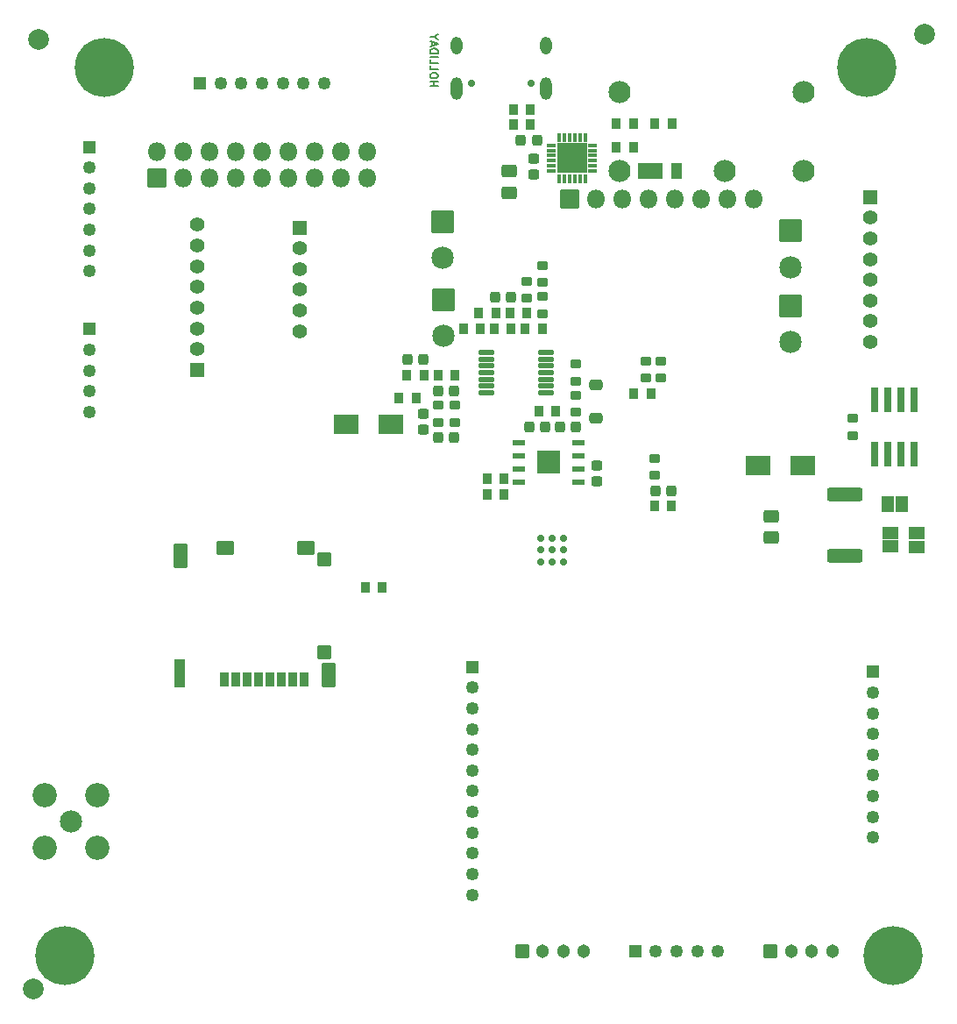
<source format=gbs>
%TF.GenerationSoftware,KiCad,Pcbnew,8.0.5*%
%TF.CreationDate,2024-11-23T15:58:24-08:00*%
%TF.ProjectId,mainboard,6d61696e-626f-4617-9264-2e6b69636164,06b*%
%TF.SameCoordinates,Original*%
%TF.FileFunction,Soldermask,Bot*%
%TF.FilePolarity,Negative*%
%FSLAX46Y46*%
G04 Gerber Fmt 4.6, Leading zero omitted, Abs format (unit mm)*
G04 Created by KiCad (PCBNEW 8.0.5) date 2024-11-23 15:58:24*
%MOMM*%
%LPD*%
G01*
G04 APERTURE LIST*
G04 Aperture macros list*
%AMRoundRect*
0 Rectangle with rounded corners*
0 $1 Rounding radius*
0 $2 $3 $4 $5 $6 $7 $8 $9 X,Y pos of 4 corners*
0 Add a 4 corners polygon primitive as box body*
4,1,4,$2,$3,$4,$5,$6,$7,$8,$9,$2,$3,0*
0 Add four circle primitives for the rounded corners*
1,1,$1+$1,$2,$3*
1,1,$1+$1,$4,$5*
1,1,$1+$1,$6,$7*
1,1,$1+$1,$8,$9*
0 Add four rect primitives between the rounded corners*
20,1,$1+$1,$2,$3,$4,$5,0*
20,1,$1+$1,$4,$5,$6,$7,0*
20,1,$1+$1,$6,$7,$8,$9,0*
20,1,$1+$1,$8,$9,$2,$3,0*%
G04 Aperture macros list end*
%ADD10C,0.190500*%
%ADD11C,5.701600*%
%ADD12C,2.133600*%
%ADD13C,2.151600*%
%ADD14C,2.351600*%
%ADD15RoundRect,0.063500X-1.016000X1.016000X-1.016000X-1.016000X1.016000X-1.016000X1.016000X1.016000X0*%
%ADD16C,2.159000*%
%ADD17C,0.701600*%
%ADD18O,1.101600X2.201600*%
%ADD19O,1.101600X1.701600*%
%ADD20RoundRect,0.050800X0.575000X0.575000X-0.575000X0.575000X-0.575000X-0.575000X0.575000X-0.575000X0*%
%ADD21C,1.251600*%
%ADD22RoundRect,0.050800X0.575000X-0.575000X0.575000X0.575000X-0.575000X0.575000X-0.575000X-0.575000X0*%
%ADD23RoundRect,0.050800X0.654000X-0.654000X0.654000X0.654000X-0.654000X0.654000X-0.654000X-0.654000X0*%
%ADD24C,1.409600*%
%ADD25RoundRect,0.076200X-0.575000X-0.575000X0.575000X-0.575000X0.575000X0.575000X-0.575000X0.575000X0*%
%ADD26C,1.302400*%
%ADD27RoundRect,0.050800X-0.654000X0.654000X-0.654000X-0.654000X0.654000X-0.654000X0.654000X0.654000X0*%
%ADD28RoundRect,0.063500X-0.400000X-0.620000X0.400000X-0.620000X0.400000X0.620000X-0.400000X0.620000X0*%
%ADD29RoundRect,0.063500X-0.580000X-0.600000X0.580000X-0.600000X0.580000X0.600000X-0.580000X0.600000X0*%
%ADD30RoundRect,0.063500X-0.475000X-1.250000X0.475000X-1.250000X0.475000X1.250000X-0.475000X1.250000X0*%
%ADD31RoundRect,0.063500X-0.575000X-1.100000X0.575000X-1.100000X0.575000X1.100000X-0.575000X1.100000X0*%
%ADD32RoundRect,0.063500X-0.750000X-0.575000X0.750000X-0.575000X0.750000X0.575000X-0.750000X0.575000X0*%
%ADD33RoundRect,0.063500X-0.580000X-0.625000X0.580000X-0.625000X0.580000X0.625000X-0.580000X0.625000X0*%
%ADD34C,2.000000*%
%ADD35RoundRect,0.225400X-0.225400X-0.300400X0.225400X-0.300400X0.225400X0.300400X-0.225400X0.300400X0*%
%ADD36RoundRect,0.050800X0.150000X0.400000X-0.150000X0.400000X-0.150000X-0.400000X0.150000X-0.400000X0*%
%ADD37RoundRect,0.050800X-0.400000X0.150000X-0.400000X-0.150000X0.400000X-0.150000X0.400000X0.150000X0*%
%ADD38RoundRect,0.050800X-1.400000X1.400000X-1.400000X-1.400000X1.400000X-1.400000X1.400000X1.400000X0*%
%ADD39RoundRect,0.225400X0.225400X0.300400X-0.225400X0.300400X-0.225400X-0.300400X0.225400X-0.300400X0*%
%ADD40RoundRect,0.250400X0.275400X-0.250400X0.275400X0.250400X-0.275400X0.250400X-0.275400X-0.250400X0*%
%ADD41RoundRect,0.272087X-0.478713X0.353713X-0.478713X-0.353713X0.478713X-0.353713X0.478713X0.353713X0*%
%ADD42RoundRect,0.063500X-0.450000X-0.700000X0.450000X-0.700000X0.450000X0.700000X-0.450000X0.700000X0*%
%ADD43RoundRect,0.063500X-1.100000X-0.700000X1.100000X-0.700000X1.100000X0.700000X-1.100000X0.700000X0*%
%ADD44RoundRect,0.050800X-0.850000X0.850000X-0.850000X-0.850000X0.850000X-0.850000X0.850000X0.850000X0*%
%ADD45O,1.801600X1.801600*%
%ADD46RoundRect,0.225400X0.300400X-0.225400X0.300400X0.225400X-0.300400X0.225400X-0.300400X-0.225400X0*%
%ADD47RoundRect,0.050800X-0.750000X0.500000X-0.750000X-0.500000X0.750000X-0.500000X0.750000X0.500000X0*%
%ADD48RoundRect,0.250400X-0.250400X-0.275400X0.250400X-0.275400X0.250400X0.275400X-0.250400X0.275400X0*%
%ADD49RoundRect,0.225400X-0.300400X0.225400X-0.300400X-0.225400X0.300400X-0.225400X0.300400X0.225400X0*%
%ADD50RoundRect,0.250400X0.250400X0.275400X-0.250400X0.275400X-0.250400X-0.275400X0.250400X-0.275400X0*%
%ADD51RoundRect,0.050800X1.175000X-0.850000X1.175000X0.850000X-1.175000X0.850000X-1.175000X-0.850000X0*%
%ADD52RoundRect,0.050800X-0.304800X-1.104900X0.304800X-1.104900X0.304800X1.104900X-0.304800X1.104900X0*%
%ADD53RoundRect,0.270735X-1.455065X0.392565X-1.455065X-0.392565X1.455065X-0.392565X1.455065X0.392565X0*%
%ADD54RoundRect,0.125400X-0.662900X-0.125400X0.662900X-0.125400X0.662900X0.125400X-0.662900X0.125400X0*%
%ADD55RoundRect,0.063500X-0.525000X-0.225000X0.525000X-0.225000X0.525000X0.225000X-0.525000X0.225000X0*%
%ADD56RoundRect,0.063500X-1.050000X1.050000X-1.050000X-1.050000X1.050000X-1.050000X1.050000X1.050000X0*%
%ADD57RoundRect,0.050800X0.500000X0.750000X-0.500000X0.750000X-0.500000X-0.750000X0.500000X-0.750000X0*%
%ADD58RoundRect,0.250400X-0.275400X0.250400X-0.275400X-0.250400X0.275400X-0.250400X0.275400X0.250400X0*%
%ADD59RoundRect,0.250400X-0.400400X0.250400X-0.400400X-0.250400X0.400400X-0.250400X0.400400X0.250400X0*%
G04 APERTURE END LIST*
D10*
X138657390Y-59349285D02*
X139419390Y-59349285D01*
X139056533Y-59349285D02*
X139056533Y-58913856D01*
X138657390Y-58913856D02*
X139419390Y-58913856D01*
X139419390Y-58405856D02*
X139419390Y-58260713D01*
X139419390Y-58260713D02*
X139383104Y-58188142D01*
X139383104Y-58188142D02*
X139310533Y-58115570D01*
X139310533Y-58115570D02*
X139165390Y-58079285D01*
X139165390Y-58079285D02*
X138911390Y-58079285D01*
X138911390Y-58079285D02*
X138766247Y-58115570D01*
X138766247Y-58115570D02*
X138693676Y-58188142D01*
X138693676Y-58188142D02*
X138657390Y-58260713D01*
X138657390Y-58260713D02*
X138657390Y-58405856D01*
X138657390Y-58405856D02*
X138693676Y-58478428D01*
X138693676Y-58478428D02*
X138766247Y-58550999D01*
X138766247Y-58550999D02*
X138911390Y-58587285D01*
X138911390Y-58587285D02*
X139165390Y-58587285D01*
X139165390Y-58587285D02*
X139310533Y-58550999D01*
X139310533Y-58550999D02*
X139383104Y-58478428D01*
X139383104Y-58478428D02*
X139419390Y-58405856D01*
X138657390Y-57389856D02*
X138657390Y-57752713D01*
X138657390Y-57752713D02*
X139419390Y-57752713D01*
X138657390Y-56772999D02*
X138657390Y-57135856D01*
X138657390Y-57135856D02*
X139419390Y-57135856D01*
X138657390Y-56518999D02*
X139419390Y-56518999D01*
X138657390Y-56156142D02*
X139419390Y-56156142D01*
X139419390Y-56156142D02*
X139419390Y-55974713D01*
X139419390Y-55974713D02*
X139383104Y-55865856D01*
X139383104Y-55865856D02*
X139310533Y-55793285D01*
X139310533Y-55793285D02*
X139237961Y-55756999D01*
X139237961Y-55756999D02*
X139092818Y-55720713D01*
X139092818Y-55720713D02*
X138983961Y-55720713D01*
X138983961Y-55720713D02*
X138838818Y-55756999D01*
X138838818Y-55756999D02*
X138766247Y-55793285D01*
X138766247Y-55793285D02*
X138693676Y-55865856D01*
X138693676Y-55865856D02*
X138657390Y-55974713D01*
X138657390Y-55974713D02*
X138657390Y-56156142D01*
X138875104Y-55430428D02*
X138875104Y-55067571D01*
X138657390Y-55502999D02*
X139419390Y-55248999D01*
X139419390Y-55248999D02*
X138657390Y-54994999D01*
X139020247Y-54595856D02*
X138657390Y-54595856D01*
X139419390Y-54849856D02*
X139020247Y-54595856D01*
X139020247Y-54595856D02*
X139419390Y-54341856D01*
D11*
X107236100Y-57564100D03*
X103426100Y-143294100D03*
X183426100Y-143294100D03*
X180896100Y-57564100D03*
D12*
X157000000Y-67500000D03*
X157000000Y-59880000D03*
X167160000Y-67500000D03*
X174780000Y-59880000D03*
X174780000Y-67500000D03*
D13*
X103949500Y-130365500D03*
D14*
X106489500Y-127825500D03*
X101409500Y-127825500D03*
X106489500Y-132905500D03*
X101409500Y-132905500D03*
D15*
X173532800Y-80572200D03*
D16*
X173532800Y-84072200D03*
D15*
X139954000Y-79959200D03*
D16*
X139954000Y-83459200D03*
D17*
X148437000Y-59053000D03*
X142667000Y-59053000D03*
D18*
X149872000Y-59553000D03*
D19*
X149872000Y-55413000D03*
D18*
X141232000Y-59553000D03*
D19*
X141232000Y-55413000D03*
D15*
X139903200Y-72440800D03*
D16*
X139903200Y-75940800D03*
D15*
X173532800Y-73307800D03*
D16*
X173532800Y-76807800D03*
D17*
X149326667Y-103010000D03*
X149326667Y-104143333D03*
X149326667Y-105276666D03*
X150460000Y-103010000D03*
X150460000Y-104143333D03*
X150460000Y-105276666D03*
X151593333Y-103010000D03*
X151593333Y-104143333D03*
X151593333Y-105276666D03*
D20*
X158484001Y-142920000D03*
D21*
X160484002Y-142920000D03*
X162484001Y-142920000D03*
X164484002Y-142920000D03*
X166484000Y-142920000D03*
D22*
X105800000Y-82799999D03*
D21*
X105800000Y-84800000D03*
X105800000Y-86799999D03*
X105800000Y-88800000D03*
X105800000Y-90799998D03*
D23*
X181200000Y-70050001D03*
D24*
X181200000Y-72050002D03*
X181200000Y-74050001D03*
X181200000Y-76050002D03*
X181200000Y-78050000D03*
X181200000Y-80050001D03*
X181200000Y-82050000D03*
X181200000Y-84050001D03*
D22*
X142720000Y-115430000D03*
D21*
X142720000Y-117430001D03*
X142720000Y-119430000D03*
X142720000Y-121430001D03*
X142720000Y-123429999D03*
X142720000Y-125430000D03*
X142720000Y-127429999D03*
X142720000Y-129430000D03*
X142720000Y-131430001D03*
X142720000Y-133430000D03*
X142720000Y-135430000D03*
X142720000Y-137430000D03*
D25*
X147550000Y-142920000D03*
D26*
X149550000Y-142920000D03*
X151550000Y-142920000D03*
X153550000Y-142920000D03*
D23*
X126100000Y-73000000D03*
D24*
X126100000Y-75000000D03*
X126100000Y-77000000D03*
X126100000Y-79000000D03*
X126100000Y-81000000D03*
X126100000Y-83000000D03*
D27*
X116205000Y-86739999D03*
D24*
X116205000Y-84739998D03*
X116205000Y-82739999D03*
X116205000Y-80739998D03*
X116205000Y-78740000D03*
X116205000Y-76739999D03*
X116205000Y-74740000D03*
X116205000Y-72739999D03*
D22*
X105750000Y-65214001D03*
D21*
X105750000Y-67214002D03*
X105750000Y-69214001D03*
X105750000Y-71214002D03*
X105750000Y-73214000D03*
X105750000Y-75214001D03*
X105750000Y-77214000D03*
D25*
X171550000Y-142920000D03*
D26*
X173550000Y-142920000D03*
X175550000Y-142920000D03*
X177550000Y-142920000D03*
D20*
X116450001Y-59050000D03*
D21*
X118450002Y-59050000D03*
X120450001Y-59050000D03*
X122450002Y-59050000D03*
X124450000Y-59050000D03*
X126450001Y-59050000D03*
X128450000Y-59050000D03*
D22*
X181491000Y-115900000D03*
D21*
X181491000Y-117900001D03*
X181491000Y-119900000D03*
X181491000Y-121900001D03*
X181491000Y-123899999D03*
X181491000Y-125900000D03*
X181491000Y-127899999D03*
X181491000Y-129900000D03*
X181491000Y-131900001D03*
D28*
X118816800Y-116677200D03*
X119916800Y-116677200D03*
X121016800Y-116677200D03*
X122116800Y-116677200D03*
X123216800Y-116677200D03*
X124316800Y-116677200D03*
X125416800Y-116677200D03*
X126516800Y-116677200D03*
D29*
X128456800Y-105047200D03*
D30*
X114471800Y-116047200D03*
D31*
X128861800Y-116197200D03*
X114571800Y-104717200D03*
D32*
X118876800Y-103922200D03*
X126656800Y-103922200D03*
D33*
X128456800Y-114047200D03*
D34*
X186436000Y-54356000D03*
D35*
X146700000Y-61604600D03*
X148350000Y-61604600D03*
D36*
X151150000Y-64294000D03*
X151650000Y-64294000D03*
X152150000Y-64294000D03*
X152650000Y-64294000D03*
X153150000Y-64294000D03*
X153650000Y-64294000D03*
D37*
X154400000Y-65044000D03*
X154400000Y-65544000D03*
X154400000Y-66044000D03*
X154400000Y-66544000D03*
X154400000Y-67044000D03*
X154400000Y-67544000D03*
D36*
X153650000Y-68294000D03*
X153150000Y-68294000D03*
X152650000Y-68294000D03*
X152150000Y-68294000D03*
X151650000Y-68294000D03*
X151150000Y-68294000D03*
D37*
X150400000Y-67544000D03*
X150400000Y-67044000D03*
X150400000Y-66544000D03*
X150400000Y-66044000D03*
X150400000Y-65544000D03*
X150400000Y-65044000D03*
D38*
X152400000Y-66294000D03*
D39*
X158305000Y-65278000D03*
X156655000Y-65278000D03*
D40*
X148666200Y-67900000D03*
X148666200Y-66350000D03*
D39*
X162038800Y-62941200D03*
X160388800Y-62941200D03*
D35*
X156655000Y-62941200D03*
X158305000Y-62941200D03*
D39*
X148350000Y-63075000D03*
X146700000Y-63075000D03*
D41*
X146300000Y-67575000D03*
X146300000Y-69625000D03*
D42*
X162461000Y-67500500D03*
D43*
X159911000Y-67500500D03*
D44*
X152146000Y-70231000D03*
D45*
X154686000Y-70231000D03*
X157226000Y-70231000D03*
X159766000Y-70231000D03*
X162306000Y-70231000D03*
X164846000Y-70231000D03*
X167386000Y-70231000D03*
X169926000Y-70231000D03*
D39*
X134075000Y-107750000D03*
X132425000Y-107750000D03*
D46*
X161000000Y-87525000D03*
X161000000Y-85875000D03*
D34*
X100838000Y-54864000D03*
D46*
X159500000Y-87525000D03*
X159500000Y-85875000D03*
X152750000Y-87825000D03*
X152750000Y-86175000D03*
D35*
X149175000Y-90750000D03*
X150825000Y-90750000D03*
D39*
X149525000Y-82750000D03*
X147875000Y-82750000D03*
X146525000Y-82750000D03*
X144875000Y-82750000D03*
D46*
X179500000Y-93075000D03*
X179500000Y-91425000D03*
D47*
X183150000Y-102500000D03*
X183150000Y-103800000D03*
D39*
X143525000Y-82750000D03*
X141875000Y-82750000D03*
D48*
X144925000Y-79750000D03*
X146475000Y-79750000D03*
D35*
X144175000Y-97250000D03*
X145825000Y-97250000D03*
D49*
X149500000Y-79675000D03*
X149500000Y-81325000D03*
X160400000Y-95275000D03*
X160400000Y-96925000D03*
X141045000Y-90175000D03*
X141045000Y-91825000D03*
D39*
X161990000Y-99900000D03*
X160340000Y-99900000D03*
D48*
X148225000Y-92250000D03*
X149775000Y-92250000D03*
D35*
X158375000Y-89000000D03*
X160025000Y-89000000D03*
D50*
X152775000Y-92250000D03*
X151225000Y-92250000D03*
D48*
X136475000Y-85750000D03*
X138025000Y-85750000D03*
D35*
X135675000Y-89500000D03*
X137325000Y-89500000D03*
D48*
X139475000Y-88750000D03*
X141025000Y-88750000D03*
D41*
X171600000Y-100875000D03*
X171600000Y-102925000D03*
D35*
X136425000Y-87250000D03*
X138075000Y-87250000D03*
D47*
X185650000Y-102525000D03*
X185650000Y-103825000D03*
D34*
X100330000Y-146558000D03*
D51*
X174650000Y-96012000D03*
X170350000Y-96012000D03*
D46*
X139500000Y-91825000D03*
X139500000Y-90175000D03*
D35*
X139425000Y-87250000D03*
X141075000Y-87250000D03*
D48*
X139475000Y-93250000D03*
X141025000Y-93250000D03*
D39*
X145025000Y-81250000D03*
X143375000Y-81250000D03*
D52*
X181595000Y-89633800D03*
X182865000Y-89633800D03*
X184135000Y-89633800D03*
X185405000Y-89633800D03*
X185405000Y-94866200D03*
X184135000Y-94866200D03*
X182865000Y-94866200D03*
X181595000Y-94866200D03*
D49*
X149500000Y-76675000D03*
X149500000Y-78325000D03*
D48*
X147450000Y-64575000D03*
X149000000Y-64575000D03*
D53*
X178765200Y-98764500D03*
X178765200Y-104689500D03*
D54*
X144137500Y-88950000D03*
X144137500Y-88300000D03*
X144137500Y-87650000D03*
X144137500Y-87000000D03*
X144137500Y-86350000D03*
X144137500Y-85700000D03*
X144137500Y-85050000D03*
X149862500Y-85050000D03*
X149862500Y-85700000D03*
X149862500Y-86350000D03*
X149862500Y-87000000D03*
X149862500Y-87650000D03*
X149862500Y-88300000D03*
X149862500Y-88950000D03*
D55*
X147285000Y-97560000D03*
X147285000Y-96290000D03*
X147285000Y-95020000D03*
X147285000Y-93750000D03*
X152985000Y-93750000D03*
X152985000Y-95020000D03*
X152985000Y-96290000D03*
X152985000Y-97560000D03*
D56*
X150135000Y-95655000D03*
D51*
X134900000Y-92000000D03*
X130600000Y-92000000D03*
D39*
X148025000Y-81250000D03*
X146375000Y-81250000D03*
D57*
X184225000Y-99675000D03*
X182925000Y-99675000D03*
D58*
X138000000Y-90975000D03*
X138000000Y-92525000D03*
D49*
X152750000Y-89175000D03*
X152750000Y-90825000D03*
X148000000Y-78175000D03*
X148000000Y-79825000D03*
D44*
X112280000Y-68240000D03*
D45*
X112280000Y-65700000D03*
X114820000Y-68240000D03*
X114820000Y-65700000D03*
X117360000Y-68240000D03*
X117360000Y-65700000D03*
X119900000Y-68240000D03*
X119900000Y-65700000D03*
X122440000Y-68240000D03*
X122440000Y-65700000D03*
X124980000Y-68240000D03*
X124980000Y-65700000D03*
X127520000Y-68240000D03*
X127520000Y-65700000D03*
X130060000Y-68240000D03*
X130060000Y-65700000D03*
X132600000Y-68240000D03*
X132600000Y-65700000D03*
D39*
X145825000Y-98750000D03*
X144175000Y-98750000D03*
D59*
X154700000Y-88150000D03*
X154700000Y-91450000D03*
D40*
X154750000Y-97525000D03*
X154750000Y-95975000D03*
D48*
X160425000Y-98400000D03*
X161975000Y-98400000D03*
M02*

</source>
